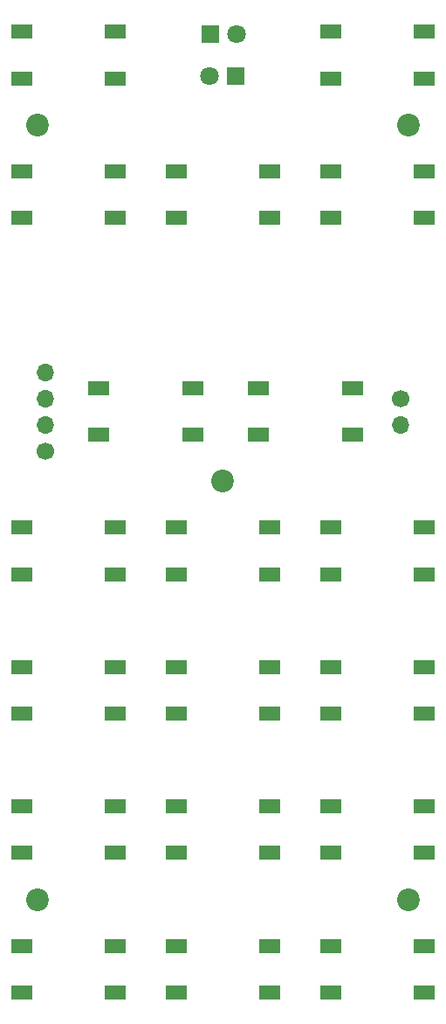
<source format=gbr>
G04 #@! TF.GenerationSoftware,KiCad,Pcbnew,(5.1.9)-1*
G04 #@! TF.CreationDate,2021-05-10T16:50:12-05:00*
G04 #@! TF.ProjectId,mini-remote,6d696e69-2d72-4656-9d6f-74652e6b6963,1*
G04 #@! TF.SameCoordinates,Original*
G04 #@! TF.FileFunction,Soldermask,Top*
G04 #@! TF.FilePolarity,Negative*
%FSLAX46Y46*%
G04 Gerber Fmt 4.6, Leading zero omitted, Abs format (unit mm)*
G04 Created by KiCad (PCBNEW (5.1.9)-1) date 2021-05-10 16:50:12*
%MOMM*%
%LPD*%
G01*
G04 APERTURE LIST*
%ADD10R,2.100000X1.400000*%
%ADD11C,2.200000*%
%ADD12O,1.700000X1.700000*%
%ADD13C,1.700000*%
%ADD14R,1.800000X1.800000*%
%ADD15C,1.800000*%
G04 APERTURE END LIST*
D10*
X167050000Y-56750000D03*
X157950000Y-56750000D03*
X167050000Y-52250000D03*
X157950000Y-52250000D03*
X167050000Y-145250000D03*
X157950000Y-145250000D03*
X167050000Y-140750000D03*
X157950000Y-140750000D03*
X152050000Y-145250000D03*
X142950000Y-145250000D03*
X152050000Y-140750000D03*
X142950000Y-140750000D03*
X137050000Y-145250000D03*
X127950000Y-145250000D03*
X137050000Y-140750000D03*
X127950000Y-140750000D03*
X137050000Y-56750000D03*
X127950000Y-56750000D03*
X137050000Y-52250000D03*
X127950000Y-52250000D03*
X137050000Y-104750000D03*
X127950000Y-104750000D03*
X137050000Y-100250000D03*
X127950000Y-100250000D03*
X144550000Y-91250000D03*
X135450000Y-91250000D03*
X144550000Y-86750000D03*
X135450000Y-86750000D03*
X160050000Y-91250000D03*
X150950000Y-91250000D03*
X160050000Y-86750000D03*
X150950000Y-86750000D03*
X152050000Y-104750000D03*
X142950000Y-104750000D03*
X152050000Y-100250000D03*
X142950000Y-100250000D03*
X167050000Y-131750000D03*
X157950000Y-131750000D03*
X167050000Y-127250000D03*
X157950000Y-127250000D03*
X167050000Y-104750000D03*
X157950000Y-104750000D03*
X167050000Y-100250000D03*
X157950000Y-100250000D03*
X137050000Y-70250000D03*
X127950000Y-70250000D03*
X137050000Y-65750000D03*
X127950000Y-65750000D03*
X167050000Y-118250000D03*
X157950000Y-118250000D03*
X167050000Y-113750000D03*
X157950000Y-113750000D03*
X152050000Y-131750000D03*
X142950000Y-131750000D03*
X152050000Y-127250000D03*
X142950000Y-127250000D03*
X152050000Y-118250000D03*
X142950000Y-118250000D03*
X152050000Y-113750000D03*
X142950000Y-113750000D03*
X137050000Y-131750000D03*
X127950000Y-131750000D03*
X137050000Y-127250000D03*
X127950000Y-127250000D03*
X137050000Y-118250000D03*
X127950000Y-118250000D03*
X137050000Y-113750000D03*
X127950000Y-113750000D03*
X167050000Y-70250000D03*
X157950000Y-70250000D03*
X167050000Y-65750000D03*
X157950000Y-65750000D03*
X152050000Y-70250000D03*
X142950000Y-70250000D03*
X152050000Y-65750000D03*
X142950000Y-65750000D03*
D11*
X147500000Y-95750000D03*
D12*
X164750000Y-90290000D03*
D13*
X164750000Y-87750000D03*
X130250000Y-92830000D03*
D12*
X130250000Y-90290000D03*
X130250000Y-87750000D03*
X130250000Y-85210000D03*
D14*
X148750000Y-56500000D03*
D15*
X146210000Y-56500000D03*
D11*
X129500000Y-136250000D03*
X165500000Y-136250000D03*
X165500000Y-61250000D03*
X129500000Y-61250000D03*
D15*
X148790000Y-52500000D03*
D14*
X146250000Y-52500000D03*
M02*

</source>
